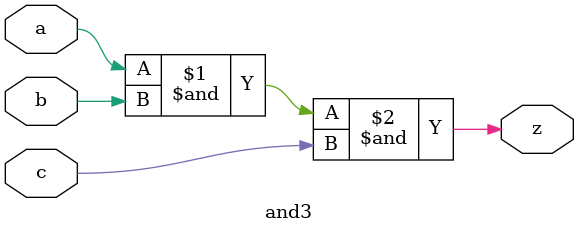
<source format=v>
module and3 (input a, b , c, output z);
  assign z = a & b & c;
endmodule

</source>
